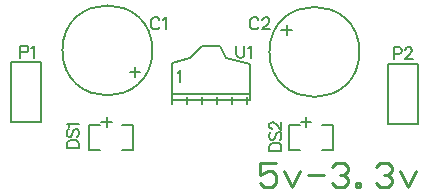
<source format=gto>
G04*
G04 #@! TF.GenerationSoftware,Altium Limited,Altium Designer,18.1.9 (240)*
G04*
G04 Layer_Color=65535*
%FSLAX25Y25*%
%MOIN*%
G70*
G01*
G75*
%ADD10C,0.00700*%
%ADD11C,0.00787*%
%ADD12C,0.01000*%
%ADD13C,0.00600*%
D10*
X118000Y48000D02*
G03*
X118000Y48000I-15000J0D01*
G01*
X49000Y48500D02*
G03*
X49000Y48500I-15000J0D01*
G01*
X105445Y15400D02*
X109120D01*
X94420D02*
X98095D01*
X105445Y23700D02*
X109120D01*
X94420D02*
X98095D01*
X94420Y15400D02*
Y23700D01*
X109120Y15400D02*
Y23700D01*
X38945Y15400D02*
X42620D01*
X27920D02*
X31595D01*
X38945Y23700D02*
X42620D01*
X27920D02*
X31595D01*
X27920Y15400D02*
Y23700D01*
X42620Y15400D02*
Y23700D01*
D11*
X55400Y31800D02*
X81400D01*
X55400Y33800D02*
X81400D01*
X55500Y30500D02*
Y33000D01*
X60500Y30500D02*
Y33000D01*
X65500Y30500D02*
Y33000D01*
X70500Y30500D02*
Y33000D01*
X75500Y30500D02*
Y33000D01*
X80500Y30500D02*
Y33000D01*
X55400Y31800D02*
Y33800D01*
Y43800D01*
X81400Y31800D02*
Y33800D01*
Y31800D02*
Y43800D01*
X71400Y49800D02*
X73400Y45800D01*
X81400Y43800D01*
X65400Y49800D02*
X71400D01*
X55567Y44133D02*
X61400Y45800D01*
X65400Y49800D01*
X127500Y44000D02*
X137500D01*
Y24000D02*
Y44000D01*
X127500Y24000D02*
X137500D01*
X127500D02*
Y44000D01*
X2000Y44500D02*
X12000D01*
Y24500D02*
Y44500D01*
X2000Y24500D02*
X12000D01*
X2000D02*
Y44500D01*
D12*
X90332Y10997D02*
X85000D01*
Y6999D01*
X87666Y8332D01*
X88999D01*
X90332Y6999D01*
Y4333D01*
X88999Y3000D01*
X86333D01*
X85000Y4333D01*
X92997Y8332D02*
X95663Y3000D01*
X98329Y8332D01*
X100995Y6999D02*
X106326D01*
X108992Y9664D02*
X110325Y10997D01*
X112991D01*
X114324Y9664D01*
Y8332D01*
X112991Y6999D01*
X111658D01*
X112991D01*
X114324Y5666D01*
Y4333D01*
X112991Y3000D01*
X110325D01*
X108992Y4333D01*
X116990Y3000D02*
Y4333D01*
X118323D01*
Y3000D01*
X116990D01*
X123654Y9664D02*
X124987Y10997D01*
X127653D01*
X128986Y9664D01*
Y8332D01*
X127653Y6999D01*
X126320D01*
X127653D01*
X128986Y5666D01*
Y4333D01*
X127653Y3000D01*
X124987D01*
X123654Y4333D01*
X131652Y8332D02*
X134317Y3000D01*
X136983Y8332D01*
D13*
X57400Y41037D02*
X57781Y41228D01*
X58352Y41799D01*
Y37800D01*
X100234Y26428D02*
Y23000D01*
X98520Y24714D02*
X101947D01*
X33734Y26428D02*
Y23000D01*
X32020Y24714D02*
X35447D01*
X93714Y56928D02*
Y53500D01*
X92000Y55214D02*
X95428D01*
X43286Y39572D02*
Y43000D01*
X45000Y41286D02*
X41572D01*
X77000Y49999D02*
Y47143D01*
X77190Y46571D01*
X77571Y46190D01*
X78143Y46000D01*
X78523D01*
X79095Y46190D01*
X79476Y46571D01*
X79666Y47143D01*
Y49999D01*
X80771Y49237D02*
X81151Y49428D01*
X81723Y49999D01*
Y46000D01*
X129500Y47404D02*
X131214D01*
X131785Y47595D01*
X131976Y47785D01*
X132166Y48166D01*
Y48737D01*
X131976Y49118D01*
X131785Y49309D01*
X131214Y49499D01*
X129500D01*
Y45500D01*
X133252Y48547D02*
Y48737D01*
X133442Y49118D01*
X133632Y49309D01*
X134013Y49499D01*
X134775D01*
X135156Y49309D01*
X135346Y49118D01*
X135537Y48737D01*
Y48357D01*
X135346Y47976D01*
X134966Y47404D01*
X133061Y45500D01*
X135727D01*
X5000Y47904D02*
X6714D01*
X7285Y48095D01*
X7476Y48285D01*
X7666Y48666D01*
Y49237D01*
X7476Y49618D01*
X7285Y49809D01*
X6714Y49999D01*
X5000D01*
Y46000D01*
X8561Y49237D02*
X8942Y49428D01*
X9513Y49999D01*
Y46000D01*
X88001Y15000D02*
X92000D01*
X88001D02*
Y16333D01*
X88191Y16904D01*
X88572Y17285D01*
X88953Y17476D01*
X89524Y17666D01*
X90477D01*
X91048Y17476D01*
X91429Y17285D01*
X91810Y16904D01*
X92000Y16333D01*
Y15000D01*
X88572Y21227D02*
X88191Y20846D01*
X88001Y20275D01*
Y19513D01*
X88191Y18942D01*
X88572Y18561D01*
X88953D01*
X89334Y18752D01*
X89524Y18942D01*
X89715Y19323D01*
X90096Y20466D01*
X90286Y20846D01*
X90477Y21037D01*
X90857Y21227D01*
X91429D01*
X91810Y20846D01*
X92000Y20275D01*
Y19513D01*
X91810Y18942D01*
X91429Y18561D01*
X88953Y22313D02*
X88763D01*
X88382Y22503D01*
X88191Y22694D01*
X88001Y23075D01*
Y23836D01*
X88191Y24217D01*
X88382Y24408D01*
X88763Y24598D01*
X89144D01*
X89524Y24408D01*
X90096Y24027D01*
X92000Y22122D01*
Y24788D01*
X20501Y16000D02*
X24500D01*
X20501D02*
Y17333D01*
X20691Y17904D01*
X21072Y18285D01*
X21453Y18476D01*
X22024Y18666D01*
X22976D01*
X23548Y18476D01*
X23929Y18285D01*
X24310Y17904D01*
X24500Y17333D01*
Y16000D01*
X21072Y22227D02*
X20691Y21846D01*
X20501Y21275D01*
Y20513D01*
X20691Y19942D01*
X21072Y19561D01*
X21453D01*
X21834Y19752D01*
X22024Y19942D01*
X22215Y20323D01*
X22596Y21465D01*
X22786Y21846D01*
X22976Y22037D01*
X23357Y22227D01*
X23929D01*
X24310Y21846D01*
X24500Y21275D01*
Y20513D01*
X24310Y19942D01*
X23929Y19561D01*
X21263Y23122D02*
X21072Y23503D01*
X20501Y24074D01*
X24500D01*
X84356Y58547D02*
X84166Y58928D01*
X83785Y59309D01*
X83404Y59499D01*
X82643D01*
X82262Y59309D01*
X81881Y58928D01*
X81690Y58547D01*
X81500Y57976D01*
Y57024D01*
X81690Y56452D01*
X81881Y56071D01*
X82262Y55690D01*
X82643Y55500D01*
X83404D01*
X83785Y55690D01*
X84166Y56071D01*
X84356Y56452D01*
X85671Y58547D02*
Y58737D01*
X85861Y59118D01*
X86051Y59309D01*
X86432Y59499D01*
X87194D01*
X87575Y59309D01*
X87765Y59118D01*
X87956Y58737D01*
Y58356D01*
X87765Y57976D01*
X87384Y57404D01*
X85480Y55500D01*
X88146D01*
X51357Y58547D02*
X51166Y58928D01*
X50785Y59309D01*
X50404Y59499D01*
X49643D01*
X49262Y59309D01*
X48881Y58928D01*
X48690Y58547D01*
X48500Y57976D01*
Y57024D01*
X48690Y56452D01*
X48881Y56071D01*
X49262Y55690D01*
X49643Y55500D01*
X50404D01*
X50785Y55690D01*
X51166Y56071D01*
X51357Y56452D01*
X52480Y58737D02*
X52861Y58928D01*
X53432Y59499D01*
Y55500D01*
M02*

</source>
